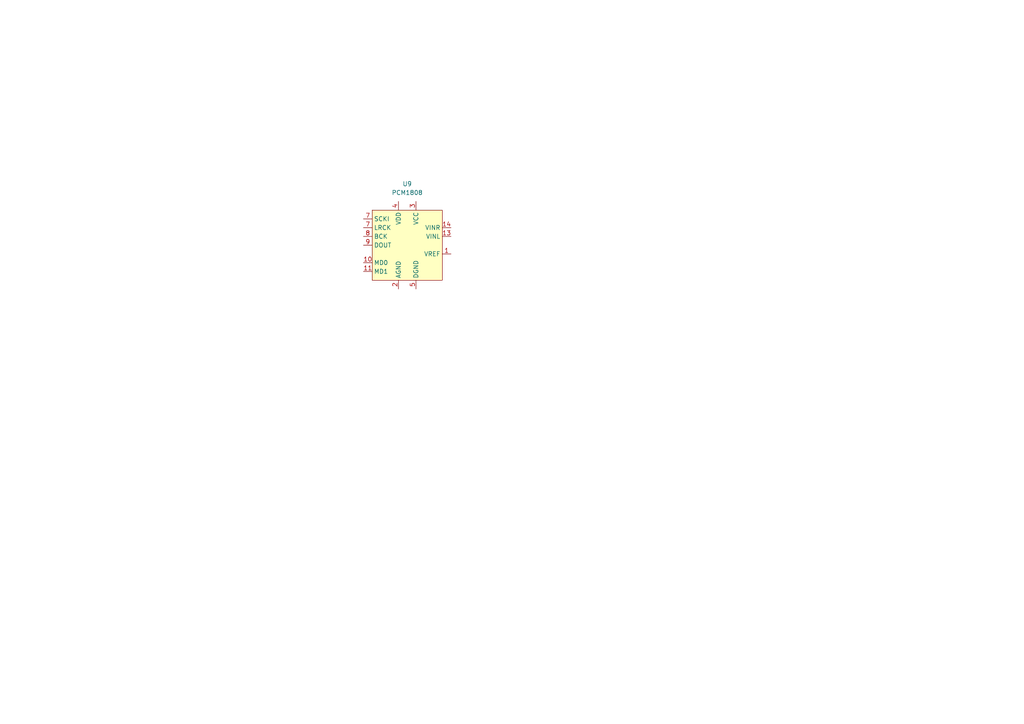
<source format=kicad_sch>
(kicad_sch (version 20210621) (generator eeschema)
  (paper "A4")
  (lib_symbols
    (symbol "HackAmp-Symbols:PCM1808"
      (property "Reference" "U" (at -7.62 11.43 0))
      (property "Value" "PCM1808" (at 8.89 11.43 0))
      (symbol "PCM1808_0_1"
        (rectangle (start -10.16 10.16) (end 10.16 -10.16) (stroke (width 0.1524)) (fill (type background)))
      )
      (symbol "PCM1808_1_1"
        (pin power_out line (at 12.7 -2.54 180) (length 2.54) (name "VREF") (number "1"))
        (pin input line (at -12.7 -5.08 0) (length 2.54) (name "MD0") (number "10"))
        (pin input line (at -12.7 -7.62 0) (length 2.54) (name "MD1") (number "11"))
        (pin input line (at 12.7 2.54 180) (length 2.54) (name "VINL") (number "13"))
        (pin input line (at 12.7 5.08 180) (length 2.54) (name "VINR") (number "14"))
        (pin power_in line (at -2.54 -12.7 90) (length 2.54) (name "AGND") (number "2"))
        (pin power_in line (at 2.54 12.7 270) (length 2.54) (name "VCC") (number "3"))
        (pin power_in line (at -2.54 12.7 270) (length 2.54) (name "VDD") (number "4"))
        (pin power_in line (at 2.54 -12.7 90) (length 2.54) (name "DGND") (number "5"))
        (pin bidirectional line (at -12.7 5.08 0) (length 2.54) (name "LRCK") (number "7"))
        (pin input line (at -12.7 7.62 0) (length 2.54) (name "SCKI") (number "7"))
        (pin bidirectional line (at -12.7 2.54 0) (length 2.54) (name "BCK") (number "8"))
        (pin output line (at -12.7 0 0) (length 2.54) (name "DOUT") (number "9"))
      )
    )
  )
  (symbol (lib_id "HackAmp-Symbols:PCM1808") (at 118.11 71.12 0) (unit 1)
    (property "Reference" "U9" (at 118.11 53.34 0))
    (property "Value" "PCM1808" (at 118.11 55.88 0))
    (property "Footprint" "Package_SO:TSSOP-14_4.4x5mm_P0.65mm" (effects hide))
    (property "Datasheet" "https://www.ti.com/lit/ds/symlink/pcm1808.pdf?ts=1635537770052&ref_url=https%253A%252F%252Fwww.google.com%252F" (effects hide))
  )
)
</source>
